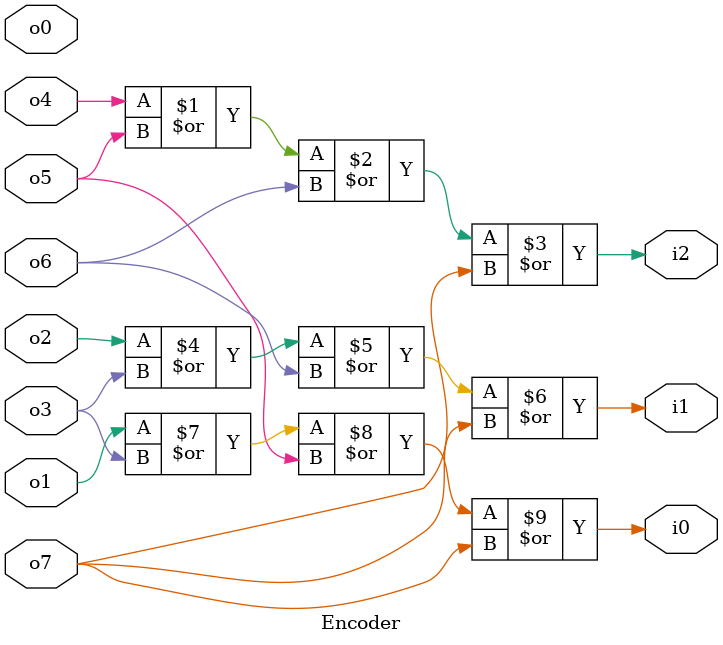
<source format=v>
module Encoder(o0,o1,o2,o3,o4,o5,o6,o7,i0,i1,i2);
input o0,o1,o2,o3,o4,o5,o6,o7;
output wire i0,i1,i2;
assign i2 = o4|o5|o6|o7;//or(a,d4,d5,d6,d7);
assign i1 = o2|o3|o6|o7;//or(b,d2,d3,d6,d7);
assign i0 = o1|o3|o5|o7;//or(c,d1,d3,d5,d7);
endmodule
</source>
